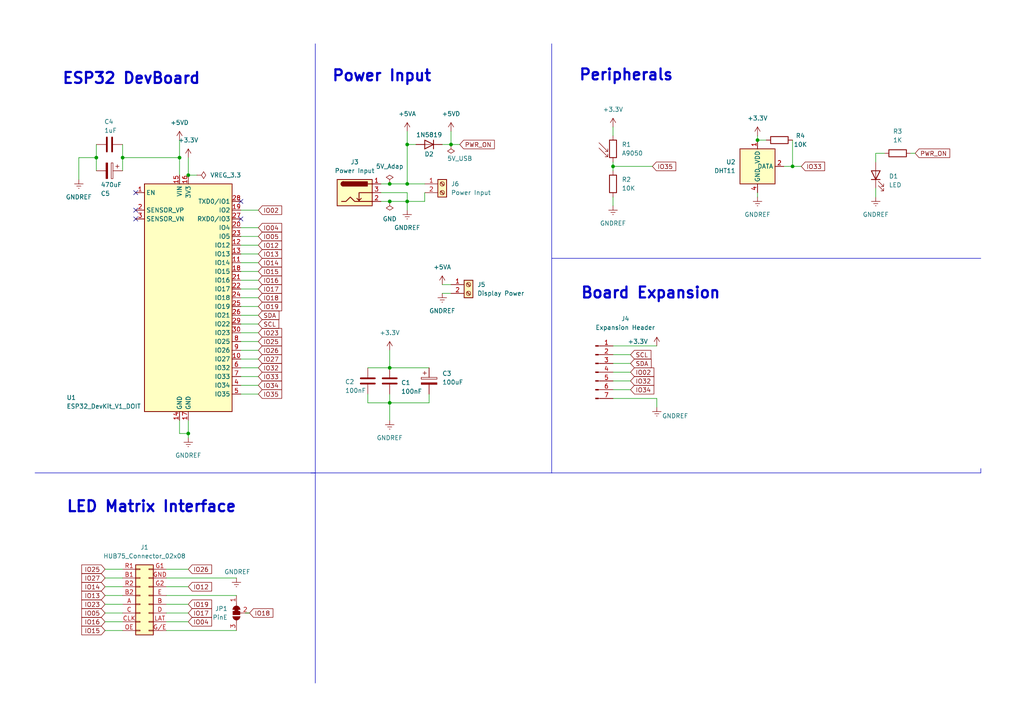
<source format=kicad_sch>
(kicad_sch (version 20231120) (generator "eeschema") (generator_version "8.0")
  (paper "A4")
  (title_block (title "Wise-Shield-32") (date "2025-01-12") (rev "v0.1") (company "Embedded Rocks!") (comment 1 "Version: WROOM-DOIT") (comment 2 "https://creativecommons.org/licenses/by/4.0/") (comment 3 "License: CC BY 4.0") (comment 4 "Author: Jonathas Barbosa"))
  (lib_symbols
    (symbol "Barrel_Jack_Switch_1" (pin_names hide)
      (property "Reference" "J" (at 0 5.334 0))
      (property "Value" "Barrel_Jack_Switch" (at 0 -5.08 0))
      (symbol "Barrel_Jack_Switch_1_0_1"
        (rectangle (start -5.08 3.81) (end 5.08 -3.81) (stroke (width 0.254)) (fill (type background)))
        (arc (start -3.302 3.175) (mid -3.9343 2.54) (end -3.302 1.905) (stroke (width 0.254)))
        (arc (start -3.302 3.175) (mid -3.9343 2.54) (end -3.302 1.905) (stroke (width 0.254)) (fill (type outline)))
        (polyline (pts (xy 1.27 -2.286) (xy 1.905 -1.651)) (stroke (width 0.254)))
        (polyline (pts (xy 5.08 2.54) (xy 3.81 2.54)) (stroke (width 0.254)))
        (polyline (pts (xy 5.08 0) (xy 1.27 0) (xy 1.27 -2.286) (xy 0.635 -1.651)) (stroke (width 0.254)))
        (polyline (pts (xy -3.81 -2.54) (xy -2.54 -2.54) (xy -1.27 -1.27) (xy 0 -2.54) (xy 2.54 -2.54) (xy 5.08 -2.54)) (stroke (width 0.254)))
        (rectangle (start 3.683 3.175) (end -3.302 1.905) (stroke (width 0.254)) (fill (type outline)))
      )
      (symbol "Barrel_Jack_Switch_1_1_1"
        (pin passive line (at 7.62 2.54 180) (length 2.54) (name "~") (number "1"))
        (pin passive line (at 7.62 -2.54 180) (length 2.54) (name "~") (number "2"))
        (pin passive line (at 7.62 0 180) (length 2.54) (name "~") (number "3"))
      )
    )
    (symbol "Connector:Conn_01x07_Pin" (pin_names (offset 1.016) hide)
      (property "Reference" "J" (at 0 10.16 0))
      (property "Value" "Conn_01x07_Pin" (at 0 -10.16 0))
      (symbol "Conn_01x07_Pin_1_1"
        (polyline (pts (xy 1.27 -7.62) (xy 0.8636 -7.62)) (stroke (width 0.1524)))
        (polyline (pts (xy 1.27 -5.08) (xy 0.8636 -5.08)) (stroke (width 0.1524)))
        (polyline (pts (xy 1.27 -2.54) (xy 0.8636 -2.54)) (stroke (width 0.1524)))
        (polyline (pts (xy 1.27 0) (xy 0.8636 0)) (stroke (width 0.1524)))
        (polyline (pts (xy 1.27 2.54) (xy 0.8636 2.54)) (stroke (width 0.1524)))
        (polyline (pts (xy 1.27 5.08) (xy 0.8636 5.08)) (stroke (width 0.1524)))
        (polyline (pts (xy 1.27 7.62) (xy 0.8636 7.62)) (stroke (width 0.1524)))
        (rectangle (start 0.8636 -7.493) (end 0 -7.747) (stroke (width 0.1524)) (fill (type outline)))
        (rectangle (start 0.8636 -4.953) (end 0 -5.207) (stroke (width 0.1524)) (fill (type outline)))
        (rectangle (start 0.8636 -2.413) (end 0 -2.667) (stroke (width 0.1524)) (fill (type outline)))
        (rectangle (start 0.8636 0.127) (end 0 -0.127) (stroke (width 0.1524)) (fill (type outline)))
        (rectangle (start 0.8636 2.667) (end 0 2.413) (stroke (width 0.1524)) (fill (type outline)))
        (rectangle (start 0.8636 5.207) (end 0 4.953) (stroke (width 0.1524)) (fill (type outline)))
        (rectangle (start 0.8636 7.747) (end 0 7.493) (stroke (width 0.1524)) (fill (type outline)))
        (pin passive line (at 5.08 7.62 180) (length 3.81) (name "Pin_1") (number "1"))
        (pin passive line (at 5.08 5.08 180) (length 3.81) (name "Pin_2") (number "2"))
        (pin passive line (at 5.08 2.54 180) (length 3.81) (name "Pin_3") (number "3"))
        (pin passive line (at 5.08 0 180) (length 3.81) (name "Pin_4") (number "4"))
        (pin passive line (at 5.08 -2.54 180) (length 3.81) (name "Pin_5") (number "5"))
        (pin passive line (at 5.08 -5.08 180) (length 3.81) (name "Pin_6") (number "6"))
        (pin passive line (at 5.08 -7.62 180) (length 3.81) (name "Pin_7") (number "7"))
      )
    )
    (symbol "Connector:Screw_Terminal_01x02" (pin_names (offset 1.016) hide)
      (property "Reference" "J" (at 0 2.54 0))
      (property "Value" "Screw_Terminal_01x02" (at 0 -5.08 0))
      (symbol "Screw_Terminal_01x02_1_1"
        (rectangle (start -1.27 1.27) (end 1.27 -3.81) (stroke (width 0.254)) (fill (type background)))
        (circle (center 0 -2.54) (radius 0.635) (stroke (width 0.1524)))
        (polyline (pts (xy -0.5334 -2.2098) (xy 0.3302 -3.048)) (stroke (width 0.1524)))
        (polyline (pts (xy -0.5334 0.3302) (xy 0.3302 -0.508)) (stroke (width 0.1524)))
        (polyline (pts (xy -0.3556 -2.032) (xy 0.508 -2.8702)) (stroke (width 0.1524)))
        (polyline (pts (xy -0.3556 0.508) (xy 0.508 -0.3302)) (stroke (width 0.1524)))
        (circle (center 0 0) (radius 0.635) (stroke (width 0.1524)))
        (pin passive line (at -5.08 0 0) (length 3.81) (name "Pin_1") (number "1"))
        (pin passive line (at -5.08 -2.54 0) (length 3.81) (name "Pin_2") (number "2"))
      )
    )
    (symbol "Device:C" (pin_numbers hide) (pin_names (offset 0.254))
      (property "Reference" "C" (at 0.635 2.54 0))
      (property "Value" "C" (at 0.635 -2.54 0))
      (symbol "C_0_1"
        (polyline (pts (xy -2.032 -0.762) (xy 2.032 -0.762)) (stroke (width 0.508)))
        (polyline (pts (xy -2.032 0.762) (xy 2.032 0.762)) (stroke (width 0.508)))
      )
      (symbol "C_1_1"
        (pin passive line (at 0 3.81 270) (length 2.794) (name "~") (number "1"))
        (pin passive line (at 0 -3.81 90) (length 2.794) (name "~") (number "2"))
      )
    )
    (symbol "Device:C_Polarized" (pin_numbers hide) (pin_names (offset 0.254))
      (property "Reference" "C" (at 0.635 2.54 0))
      (property "Value" "C_Polarized" (at 0.635 -2.54 0))
      (symbol "C_Polarized_0_1"
        (rectangle (start -2.286 0.508) (end 2.286 1.016))
        (polyline (pts (xy -1.778 2.286) (xy -0.762 2.286)))
        (polyline (pts (xy -1.27 2.794) (xy -1.27 1.778)))
        (rectangle (start 2.286 -0.508) (end -2.286 -1.016) (fill (type outline)))
      )
      (symbol "C_Polarized_1_1"
        (pin passive line (at 0 3.81 270) (length 2.794) (name "~") (number "1"))
        (pin passive line (at 0 -3.81 90) (length 2.794) (name "~") (number "2"))
      )
    )
    (symbol "Device:D" (pin_numbers hide) (pin_names (offset 1.016) hide)
      (property "Reference" "D" (at 0 2.54 0))
      (property "Value" "D" (at 0 -2.54 0))
      (symbol "D_0_1"
        (polyline (pts (xy -1.27 1.27) (xy -1.27 -1.27)) (stroke (width 0.254)))
        (polyline (pts (xy 1.27 0) (xy -1.27 0)))
        (polyline (pts (xy 1.27 1.27) (xy 1.27 -1.27) (xy -1.27 0) (xy 1.27 1.27)) (stroke (width 0.254)))
      )
      (symbol "D_1_1"
        (pin passive line (at -3.81 0 0) (length 2.54) (name "K") (number "1"))
        (pin passive line (at 3.81 0 180) (length 2.54) (name "A") (number "2"))
      )
    )
    (symbol "Device:LED" (pin_numbers hide) (pin_names (offset 1.016) hide)
      (property "Reference" "D" (at 0 2.54 0))
      (property "Value" "LED" (at 0 -2.54 0))
      (symbol "LED_0_1"
        (polyline (pts (xy -1.27 -1.27) (xy -1.27 1.27)) (stroke (width 0.254)))
        (polyline (pts (xy -1.27 0) (xy 1.27 0)))
        (polyline (pts (xy 1.27 -1.27) (xy 1.27 1.27) (xy -1.27 0) (xy 1.27 -1.27)) (stroke (width 0.254)))
        (polyline (pts (xy -3.048 -0.762) (xy -4.572 -2.286) (xy -3.81 -2.286) (xy -4.572 -2.286) (xy -4.572 -1.524)))
        (polyline (pts (xy -1.778 -0.762) (xy -3.302 -2.286) (xy -2.54 -2.286) (xy -3.302 -2.286) (xy -3.302 -1.524)))
      )
      (symbol "LED_1_1"
        (pin passive line (at -3.81 0 0) (length 2.54) (name "K") (number "1"))
        (pin passive line (at 3.81 0 180) (length 2.54) (name "A") (number "2"))
      )
    )
    (symbol "Device:R" (pin_numbers hide) (pin_names (offset 0))
      (property "Reference" "R" (at 2.032 0 90))
      (property "Value" "R" (at 0 0 90))
      (symbol "R_0_1"
        (rectangle (start -1.016 -2.54) (end 1.016 2.54) (stroke (width 0.254)))
      )
      (symbol "R_1_1"
        (pin passive line (at 0 3.81 270) (length 1.27) (name "~") (number "1"))
        (pin passive line (at 0 -3.81 90) (length 1.27) (name "~") (number "2"))
      )
    )
    (symbol "ESP32:ESP32_DevKit_V1_DOIT"
      (property "Reference" "U" (at -11.43 34.29 0))
      (property "Value" "ESP32_DevKit_V1_DOIT" (at 11.43 34.29 0))
      (symbol "ESP32_DevKit_V1_DOIT_1_1"
        (rectangle (start -12.7 33.02) (end 12.7 -33.02) (stroke (width 0.254)) (fill (type background)))
        (pin input line (at -15.24 30.48 0) (length 2.54) (name "EN") (number "1"))
        (pin bidirectional line (at 15.24 -17.78 180) (length 2.54) (name "IO27") (number "10"))
        (pin bidirectional line (at 15.24 10.16 180) (length 2.54) (name "IO14") (number "11"))
        (pin bidirectional line (at 15.24 15.24 180) (length 2.54) (name "IO12") (number "12"))
        (pin bidirectional line (at 15.24 12.7 180) (length 2.54) (name "IO13") (number "13"))
        (pin power_in line (at -2.54 -35.56 90) (length 2.54) (name "GND") (number "14"))
        (pin power_in line (at -2.54 35.56 270) (length 2.54) (name "VIN") (number "15"))
        (pin power_in line (at 0 35.56 270) (length 2.54) (name "3V3") (number "16"))
        (pin power_in line (at 0 -35.56 90) (length 2.54) (name "GND") (number "17"))
        (pin bidirectional line (at 15.24 7.62 180) (length 2.54) (name "IO15") (number "18"))
        (pin bidirectional line (at 15.24 25.4 180) (length 2.54) (name "IO2") (number "19"))
        (pin input line (at -15.24 25.4 0) (length 2.54) (name "SENSOR_VP") (number "2"))
        (pin bidirectional line (at 15.24 20.32 180) (length 2.54) (name "IO4") (number "20"))
        (pin bidirectional line (at 15.24 5.08 180) (length 2.54) (name "IO16") (number "21"))
        (pin bidirectional line (at 15.24 2.54 180) (length 2.54) (name "IO17") (number "22"))
        (pin bidirectional line (at 15.24 17.78 180) (length 2.54) (name "IO5") (number "23"))
        (pin bidirectional line (at 15.24 0 180) (length 2.54) (name "IO18") (number "24"))
        (pin bidirectional line (at 15.24 -2.54 180) (length 2.54) (name "IO19") (number "25"))
        (pin bidirectional line (at 15.24 -5.08 180) (length 2.54) (name "IO21") (number "26"))
        (pin bidirectional line (at 15.24 22.86 180) (length 2.54) (name "RXD0/IO3") (number "27"))
        (pin bidirectional line (at 15.24 27.94 180) (length 2.54) (name "TXD0/IO1") (number "28"))
        (pin bidirectional line (at 15.24 -7.62 180) (length 2.54) (name "IO22") (number "29"))
        (pin input line (at -15.24 22.86 0) (length 2.54) (name "SENSOR_VN") (number "3"))
        (pin bidirectional line (at 15.24 -10.16 180) (length 2.54) (name "IO23") (number "30"))
        (pin input line (at 15.24 -25.4 180) (length 2.54) (name "IO34") (number "4"))
        (pin input line (at 15.24 -27.94 180) (length 2.54) (name "IO35") (number "5"))
        (pin bidirectional line (at 15.24 -20.32 180) (length 2.54) (name "IO32") (number "6"))
        (pin bidirectional line (at 15.24 -22.86 180) (length 2.54) (name "IO33") (number "7"))
        (pin bidirectional line (at 15.24 -12.7 180) (length 2.54) (name "IO25") (number "8"))
        (pin bidirectional line (at 15.24 -15.24 180) (length 2.54) (name "IO26") (number "9"))
      )
    )
    (symbol "HUB75:HUB75_Connector_02x08" (pin_names (offset 1.016) hide)
      (property "Reference" "J" (at 1.27 10.16 0))
      (property "Value" "HUB75_Connector_02x08" (at 1.27 -12.7 0))
      (symbol "HUB75_Connector_02x08_1_1"
        (rectangle (start -1.27 -10.033) (end 0 -10.287) (stroke (width 0.1524)))
        (rectangle (start -1.27 -7.493) (end 0 -7.747) (stroke (width 0.1524)))
        (rectangle (start -1.27 -4.953) (end 0 -5.207) (stroke (width 0.1524)))
        (rectangle (start -1.27 -2.413) (end 0 -2.667) (stroke (width 0.1524)))
        (rectangle (start -1.27 0.127) (end 0 -0.127) (stroke (width 0.1524)))
        (rectangle (start -1.27 2.667) (end 0 2.413) (stroke (width 0.1524)))
        (rectangle (start -1.27 5.207) (end 0 4.953) (stroke (width 0.1524)))
        (rectangle (start -1.27 7.747) (end 0 7.493) (stroke (width 0.1524)))
        (rectangle (start -1.27 8.89) (end 3.81 -11.43) (stroke (width 0.254)) (fill (type background)))
        (rectangle (start 3.81 -10.033) (end 2.54 -10.287) (stroke (width 0.1524)))
        (rectangle (start 3.81 -7.493) (end 2.54 -7.747) (stroke (width 0.1524)))
        (rectangle (start 3.81 -4.953) (end 2.54 -5.207) (stroke (width 0.1524)))
        (rectangle (start 3.81 -2.413) (end 2.54 -2.667) (stroke (width 0.1524)))
        (rectangle (start 3.81 0.127) (end 2.54 -0.127) (stroke (width 0.1524)))
        (rectangle (start 3.81 2.667) (end 2.54 2.413) (stroke (width 0.1524)))
        (rectangle (start 3.81 5.207) (end 2.54 4.953) (stroke (width 0.1524)))
        (rectangle (start 3.81 7.747) (end 2.54 7.493) (stroke (width 0.1524)))
        (pin passive line (at -5.08 -2.54 0) (length 3.81) (name "Pin_9") (number "A"))
        (pin passive line (at 7.62 -2.54 180) (length 3.81) (name "Pin_10") (number "B"))
        (pin passive line (at -5.08 5.08 0) (length 3.81) (name "Pin_3") (number "B1"))
        (pin passive line (at -5.08 0 0) (length 3.81) (name "Pin_7") (number "B2"))
        (pin passive line (at -5.08 -5.08 0) (length 3.81) (name "Pin_11") (number "C"))
        (pin passive line (at -5.08 -7.62 0) (length 3.81) (name "Pin_13") (number "CLK"))
        (pin passive line (at 7.62 -5.08 180) (length 3.81) (name "Pin_12") (number "D"))
        (pin passive line (at 7.62 0 180) (length 3.81) (name "Pin_8") (number "E"))
        (pin passive line (at 7.62 -10.16 180) (length 3.81) (name "Pin_16") (number "G/E"))
        (pin passive line (at 7.62 7.62 180) (length 3.81) (name "Pin_2") (number "G1"))
        (pin passive line (at 7.62 2.54 180) (length 3.81) (name "Pin_6") (number "G2"))
        (pin passive line (at 7.62 5.08 180) (length 3.81) (name "Pin_4") (number "GND"))
        (pin passive line (at 7.62 -7.62 180) (length 3.81) (name "Pin_14") (number "LAT"))
        (pin passive line (at -5.08 -10.16 0) (length 3.81) (name "Pin_15") (number "OE"))
        (pin passive line (at -5.08 7.62 0) (length 3.81) (name "Pin_1") (number "R1"))
        (pin passive line (at -5.08 2.54 0) (length 3.81) (name "Pin_5") (number "R2"))
      )
    )
    (symbol "Jumper:SolderJumper_3_Bridged12" (pin_names (offset 0) hide)
      (property "Reference" "JP" (at -2.54 -2.54 0))
      (property "Value" "SolderJumper_3_Bridged12" (at 0 2.794 0))
      (symbol "SolderJumper_3_Bridged12_0_1"
        (rectangle (start -1.016 0.508) (end -0.508 -0.508) (fill (type outline)))
        (arc (start -1.016 1.016) (mid -2.0276 0) (end -1.016 -1.016))
        (arc (start -1.016 1.016) (mid -2.0276 0) (end -1.016 -1.016) (fill (type outline)))
        (rectangle (start -0.508 1.016) (end 0.508 -1.016) (fill (type outline)))
        (polyline (pts (xy -2.54 0) (xy -2.032 0)))
        (polyline (pts (xy -1.016 1.016) (xy -1.016 -1.016)))
        (polyline (pts (xy 0 -1.27) (xy 0 -1.016)))
        (polyline (pts (xy 1.016 1.016) (xy 1.016 -1.016)))
        (polyline (pts (xy 2.54 0) (xy 2.032 0)))
        (arc (start 1.016 -1.016) (mid 2.0276 0) (end 1.016 1.016))
        (arc (start 1.016 -1.016) (mid 2.0276 0) (end 1.016 1.016) (fill (type outline)))
      )
      (symbol "SolderJumper_3_Bridged12_1_1"
        (pin passive line (at -5.08 0 0) (length 2.54) (name "A") (number "1"))
        (pin passive line (at 0 -3.81 90) (length 2.54) (name "C") (number "2"))
        (pin passive line (at 5.08 0 180) (length 2.54) (name "B") (number "3"))
      )
    )
    (symbol "Sensor:DHT11"
      (property "Reference" "U" (at -3.81 6.35 0))
      (property "Value" "DHT11" (at 3.81 6.35 0))
      (symbol "DHT11_0_1"
        (rectangle (start -5.08 5.08) (end 5.08 -5.08) (stroke (width 0.254)) (fill (type background)))
      )
      (symbol "DHT11_1_1"
        (pin power_in line (at 0 7.62 270) (length 2.54) (name "VDD") (number "1"))
        (pin bidirectional line (at 7.62 0 180) (length 2.54) (name "DATA") (number "2"))
        (pin no_connect line (at -5.08 0 0) (length 2.54) hide (name "NC") (number "3"))
        (pin power_in line (at 0 -7.62 90) (length 2.54) (name "GND") (number "4"))
      )
    )
    (symbol "Sensor_Optical:A9050" (pin_numbers hide) (pin_names (offset 0))
      (property "Reference" "R" (at -5.08 0 90))
      (property "Value" "A9050" (at 1.905 0 90))
      (symbol "A9050_0_1"
        (rectangle (start -1.016 2.54) (end 1.016 -2.54) (stroke (width 0.254)))
        (polyline (pts (xy -1.524 -2.286) (xy -4.064 0.254)))
        (polyline (pts (xy -1.524 -2.286) (xy -2.286 -2.286)))
        (polyline (pts (xy -1.524 -2.286) (xy -1.524 -1.524)))
        (polyline (pts (xy -1.524 -0.762) (xy -4.064 1.778)))
        (polyline (pts (xy -1.524 -0.762) (xy -2.286 -0.762)))
        (polyline (pts (xy -1.524 -0.762) (xy -1.524 0)))
      )
      (symbol "A9050_1_1"
        (pin passive line (at 0 3.81 270) (length 1.27) (name "~") (number "1"))
        (pin passive line (at 0 -3.81 90) (length 1.27) (name "~") (number "2"))
      )
    )
    (symbol "power:+3.3V" (power) (pin_names (offset 0))
      (property "Value" "+3.3V" (at 0 3.556 0))
      (symbol "+3.3V_0_1"
        (polyline (pts (xy -0.762 1.27) (xy 0 2.54)))
        (polyline (pts (xy 0 0) (xy 0 2.54)))
        (polyline (pts (xy 0 2.54) (xy 0.762 1.27)))
      )
      (symbol "+3.3V_1_1"
        (pin power_in line (at 0 0 90) (length 0) hide (name "+3.3V") (number "1"))
      )
    )
    (symbol "power:+5VA" (power) (pin_names (offset 0))
      (property "Value" "+5VA" (at 0 3.556 0))
      (symbol "+5VA_0_1"
        (polyline (pts (xy -0.762 1.27) (xy 0 2.54)))
        (polyline (pts (xy 0 0) (xy 0 2.54)))
        (polyline (pts (xy 0 2.54) (xy 0.762 1.27)))
      )
      (symbol "+5VA_1_1"
        (pin power_in line (at 0 0 90) (length 0) hide (name "+5VA") (number "1"))
      )
    )
    (symbol "power:+5VD" (power) (pin_names (offset 0))
      (property "Value" "+5VD" (at 0 3.556 0))
      (symbol "+5VD_0_1"
        (polyline (pts (xy -0.762 1.27) (xy 0 2.54)))
        (polyline (pts (xy 0 0) (xy 0 2.54)))
        (polyline (pts (xy 0 2.54) (xy 0.762 1.27)))
      )
      (symbol "+5VD_1_1"
        (pin power_in line (at 0 0 90) (length 0) hide (name "+5VD") (number "1"))
      )
    )
    (symbol "power:GNDREF" (power) (pin_names (offset 0))
      (property "Value" "GNDREF" (at 0 -3.81 0))
      (symbol "GNDREF_0_1"
        (polyline (pts (xy -0.635 -1.905) (xy 0.635 -1.905)))
        (polyline (pts (xy -0.127 -2.54) (xy 0.127 -2.54)))
        (polyline (pts (xy 0 -1.27) (xy 0 0)))
        (polyline (pts (xy 1.27 -1.27) (xy -1.27 -1.27)))
      )
      (symbol "GNDREF_1_1"
        (pin power_in line (at 0 0 270) (length 0) hide (name "GNDREF") (number "1"))
      )
    )
    (symbol "power:PWR_FLAG" (power) (pin_numbers hide) (pin_names (offset 0) hide)
      (property "Value" "PWR_FLAG" (at 0 3.81 0))
      (symbol "PWR_FLAG_0_0"
        (pin power_out line (at 0 0 90) (length 0) (name "pwr") (number "1"))
      )
      (symbol "PWR_FLAG_0_1"
        (polyline (pts (xy 0 0) (xy 0 1.27) (xy -1.016 1.905) (xy 0 2.54) (xy 1.016 1.905) (xy 0 1.27)))
      )
    )
  )
  (junction (at 177.8 48.26))
  (junction (at 113.03 106.68))
  (junction (at 219.71 40.64))
  (junction (at 130.81 41.91))
  (junction (at 35.56 45.72))
  (junction (at 54.61 125.73))
  (junction (at 113.03 58.42))
  (junction (at 229.87 48.26))
  (junction (at 118.11 58.42))
  (junction (at 54.61 50.8))
  (junction (at 27.94 45.72))
  (junction (at 118.11 53.34))
  (junction (at 52.07 45.72))
  (junction (at 113.03 53.34))
  (junction (at 113.03 116.84))
  (junction (at 118.11 41.91))
  (no_connect (at 39.37 63.5))
  (no_connect (at 39.37 55.88))
  (no_connect (at 69.85 58.42))
  (no_connect (at 69.85 63.5))
  (no_connect (at 39.37 60.96))
  (wire (pts (xy 130.81 41.91) (xy 133.35 41.91)))
  (wire (pts (xy 69.85 86.36) (xy 74.93 86.36)))
  (wire (pts (xy 110.49 53.34) (xy 113.03 53.34)))
  (wire (pts (xy 48.26 167.64) (xy 68.58 167.64)))
  (wire (pts (xy 48.26 177.8) (xy 54.61 177.8)))
  (wire (pts (xy 264.16 44.45) (xy 265.43 44.45)))
  (wire (pts (xy 30.48 177.8) (xy 35.56 177.8)))
  (wire (pts (xy 27.94 45.72) (xy 27.94 49.53)))
  (wire (pts (xy 177.8 57.15) (xy 177.8 59.69)))
  (wire (pts (xy 177.8 48.26) (xy 177.8 49.53)))
  (wire (pts (xy 254 54.61) (xy 254 57.15)))
  (wire (pts (xy 52.07 125.73) (xy 54.61 125.73)))
  (wire (pts (xy 113.03 116.84) (xy 113.03 121.92)))
  (wire (pts (xy 35.56 45.72) (xy 52.07 45.72)))
  (wire (pts (xy 190.5 115.57) (xy 190.5 118.11)))
  (wire (pts (xy 219.71 40.64) (xy 222.25 40.64)))
  (wire (pts (xy 69.85 83.82) (xy 74.93 83.82)))
  (wire (pts (xy 113.03 58.42) (xy 118.11 58.42)))
  (polyline (pts (xy 91.44 12.7) (xy 91.44 137.16)))
  (polyline (pts (xy 160.02 12.7) (xy 160.02 137.16)))
  (wire (pts (xy 69.85 96.52) (xy 74.93 96.52)))
  (wire (pts (xy 69.85 106.68) (xy 74.93 106.68)))
  (polyline (pts (xy 160.02 74.93) (xy 284.48 74.93)))
  (wire (pts (xy 177.8 115.57) (xy 190.5 115.57)))
  (wire (pts (xy 219.71 39.37) (xy 219.71 40.64)))
  (wire (pts (xy 69.85 101.6) (xy 74.93 101.6)))
  (wire (pts (xy 30.48 170.18) (xy 35.56 170.18)))
  (wire (pts (xy 177.8 107.95) (xy 182.88 107.95)))
  (polyline (pts (xy 91.44 137.16) (xy 91.44 198.12)))
  (wire (pts (xy 110.49 55.88) (xy 118.11 55.88)))
  (wire (pts (xy 229.87 48.26) (xy 232.41 48.26)))
  (wire (pts (xy 52.07 45.72) (xy 52.07 50.8)))
  (wire (pts (xy 22.86 45.72) (xy 27.94 45.72)))
  (wire (pts (xy 118.11 41.91) (xy 120.65 41.91)))
  (wire (pts (xy 69.85 99.06) (xy 74.93 99.06)))
  (wire (pts (xy 128.27 85.09) (xy 130.81 85.09)))
  (wire (pts (xy 30.48 182.88) (xy 35.56 182.88)))
  (wire (pts (xy 106.68 114.3) (xy 106.68 116.84)))
  (wire (pts (xy 69.85 73.66) (xy 74.93 73.66)))
  (wire (pts (xy 113.03 101.6) (xy 113.03 106.68)))
  (wire (pts (xy 177.8 100.33) (xy 190.5 100.33)))
  (wire (pts (xy 22.86 52.07) (xy 22.86 45.72)))
  (wire (pts (xy 118.11 55.88) (xy 118.11 58.42)))
  (wire (pts (xy 48.26 172.72) (xy 68.58 172.72)))
  (wire (pts (xy 118.11 53.34) (xy 123.19 53.34)))
  (wire (pts (xy 128.27 82.55) (xy 130.81 82.55)))
  (wire (pts (xy 110.49 58.42) (xy 113.03 58.42)))
  (wire (pts (xy 69.85 76.2) (xy 74.93 76.2)))
  (wire (pts (xy 113.03 114.3) (xy 113.03 116.84)))
  (wire (pts (xy 30.48 175.26) (xy 35.56 175.26)))
  (polyline (pts (xy 160.02 137.16) (xy 284.48 137.16)))
  (wire (pts (xy 48.26 165.1) (xy 54.61 165.1)))
  (wire (pts (xy 52.07 121.92) (xy 52.07 125.73)))
  (wire (pts (xy 48.26 175.26) (xy 54.61 175.26)))
  (wire (pts (xy 30.48 180.34) (xy 35.56 180.34)))
  (wire (pts (xy 54.61 50.8) (xy 57.15 50.8)))
  (wire (pts (xy 106.68 106.68) (xy 113.03 106.68)))
  (wire (pts (xy 229.87 40.64) (xy 229.87 48.26)))
  (wire (pts (xy 118.11 41.91) (xy 118.11 53.34)))
  (wire (pts (xy 118.11 58.42) (xy 118.11 60.96)))
  (wire (pts (xy 71.12 177.8) (xy 72.39 177.8)))
  (wire (pts (xy 177.8 110.49) (xy 182.88 110.49)))
  (wire (pts (xy 69.85 81.28) (xy 74.93 81.28)))
  (wire (pts (xy 35.56 45.72) (xy 35.56 49.53)))
  (wire (pts (xy 30.48 165.1) (xy 35.56 165.1)))
  (wire (pts (xy 113.03 53.34) (xy 118.11 53.34)))
  (wire (pts (xy 177.8 48.26) (xy 189.23 48.26)))
  (wire (pts (xy 54.61 125.73) (xy 54.61 127)))
  (wire (pts (xy 227.33 48.26) (xy 229.87 48.26)))
  (wire (pts (xy 106.68 116.84) (xy 113.03 116.84)))
  (wire (pts (xy 177.8 46.99) (xy 177.8 48.26)))
  (wire (pts (xy 69.85 66.04) (xy 74.93 66.04)))
  (wire (pts (xy 118.11 38.1) (xy 118.11 41.91)))
  (wire (pts (xy 177.8 113.03) (xy 182.88 113.03)))
  (wire (pts (xy 69.85 71.12) (xy 74.93 71.12)))
  (wire (pts (xy 177.8 36.83) (xy 177.8 39.37)))
  (wire (pts (xy 27.94 41.91) (xy 27.94 45.72)))
  (wire (pts (xy 219.71 55.88) (xy 219.71 57.15)))
  (polyline (pts (xy 160.02 137.16) (xy 90.17 137.16)))
  (wire (pts (xy 123.19 58.42) (xy 118.11 58.42)))
  (wire (pts (xy 124.46 114.3) (xy 124.46 116.84)))
  (polyline (pts (xy 10.16 137.16) (xy 91.44 137.16)))
  (wire (pts (xy 177.8 105.41) (xy 182.88 105.41)))
  (wire (pts (xy 123.19 55.88) (xy 123.19 58.42)))
  (wire (pts (xy 69.85 104.14) (xy 74.93 104.14)))
  (polyline (pts (xy 284.48 135.89) (xy 284.48 137.16)))
  (wire (pts (xy 254 44.45) (xy 256.54 44.45)))
  (wire (pts (xy 130.81 38.1) (xy 130.81 41.91)))
  (wire (pts (xy 254 44.45) (xy 254 46.99)))
  (wire (pts (xy 48.26 180.34) (xy 54.61 180.34)))
  (wire (pts (xy 52.07 40.64) (xy 52.07 45.72)))
  (wire (pts (xy 48.26 170.18) (xy 54.61 170.18)))
  (wire (pts (xy 69.85 88.9) (xy 74.93 88.9)))
  (wire (pts (xy 69.85 93.98) (xy 74.93 93.98)))
  (wire (pts (xy 177.8 102.87) (xy 182.88 102.87)))
  (wire (pts (xy 128.27 41.91) (xy 130.81 41.91)))
  (wire (pts (xy 48.26 182.88) (xy 68.58 182.88)))
  (wire (pts (xy 30.48 172.72) (xy 35.56 172.72)))
  (wire (pts (xy 113.03 106.68) (xy 124.46 106.68)))
  (wire (pts (xy 69.85 111.76) (xy 74.93 111.76)))
  (wire (pts (xy 113.03 116.84) (xy 124.46 116.84)))
  (wire (pts (xy 30.48 167.64) (xy 35.56 167.64)))
  (wire (pts (xy 69.85 78.74) (xy 74.93 78.74)))
  (wire (pts (xy 35.56 41.91) (xy 35.56 45.72)))
  (wire (pts (xy 69.85 109.22) (xy 74.93 109.22)))
  (wire (pts (xy 54.61 45.72) (xy 54.61 50.8)))
  (wire (pts (xy 69.85 114.3) (xy 74.93 114.3)))
  (wire (pts (xy 69.85 68.58) (xy 74.93 68.58)))
  (wire (pts (xy 69.85 60.96) (xy 74.93 60.96)))
  (wire (pts (xy 54.61 121.92) (xy 54.61 125.73)))
  (wire (pts (xy 69.85 91.44) (xy 74.93 91.44)))
  (text "Board Expansion" (at 188.722 85.09 0) (effects (font (size 3.175 3.175) (thickness 0.635) (bold yes))))
  (text "ESP32 DevBoard" (at 38.1 22.86 0) (effects (font (size 3.175 3.175) (thickness 0.635) (bold yes))))
  (text "Power Input" (at 110.744 22.098 0) (effects (font (size 3.175 3.175) (thickness 0.635) (bold yes))))
  (text "LED Matrix Interface" (at 43.942 147.066 0) (effects (font (size 3.175 3.175) (thickness 0.635) (bold yes))))
  (text "Peripherals" (at 181.61 21.844 0) (effects (font (size 3.175 3.175) (thickness 0.635) (bold yes))))
  (global_label "IO13" (shape input) (at 30.48 172.72 180) (property "Intersheetrefs" "${INTERSHEET_REFS}" (effects (hide yes))))
  (global_label "IO16" (shape input) (at 74.93 81.28 0) (property "Intersheetrefs" "${INTERSHEET_REFS}" (effects (hide yes))))
  (global_label "IO32" (shape input) (at 74.93 106.68 0) (property "Intersheetrefs" "${INTERSHEET_REFS}" (effects (hide yes))))
  (global_label "SCL" (shape input) (at 74.93 93.98 0) (property "Intersheetrefs" "${INTERSHEET_REFS}" (effects (hide yes))))
  (global_label "IO33" (shape input) (at 232.41 48.26 0) (property "Intersheetrefs" "${INTERSHEET_REFS}" (effects (hide yes))))
  (global_label "IO25" (shape input) (at 74.93 99.06 0) (property "Intersheetrefs" "${INTERSHEET_REFS}" (effects (hide yes))))
  (global_label "IO32" (shape input) (at 182.88 110.49 0) (property "Intersheetrefs" "${INTERSHEET_REFS}" (effects (hide yes))))
  (global_label "IO23" (shape input) (at 74.93 96.52 0) (property "Intersheetrefs" "${INTERSHEET_REFS}" (effects (hide yes))))
  (global_label "IO02" (shape input) (at 182.88 107.95 0) (property "Intersheetrefs" "${INTERSHEET_REFS}" (effects (hide yes))))
  (global_label "PWR_ON" (shape input) (at 265.43 44.45 0) (property "Intersheetrefs" "${INTERSHEET_REFS}" (effects (hide yes))))
  (global_label "IO17" (shape input) (at 74.93 83.82 0) (property "Intersheetrefs" "${INTERSHEET_REFS}" (effects (hide yes))))
  (global_label "IO19" (shape input) (at 54.61 175.26 0) (property "Intersheetrefs" "${INTERSHEET_REFS}" (effects (hide yes))))
  (global_label "IO27" (shape input) (at 74.93 104.14 0) (property "Intersheetrefs" "${INTERSHEET_REFS}" (effects (hide yes))))
  (global_label "IO26" (shape input) (at 74.93 101.6 0) (property "Intersheetrefs" "${INTERSHEET_REFS}" (effects (hide yes))))
  (global_label "IO15" (shape input) (at 74.93 78.74 0) (property "Intersheetrefs" "${INTERSHEET_REFS}" (effects (hide yes))))
  (global_label "IO35" (shape input) (at 74.93 114.3 0) (property "Intersheetrefs" "${INTERSHEET_REFS}" (effects (hide yes))))
  (global_label "IO04" (shape input) (at 74.93 66.04 0) (property "Intersheetrefs" "${INTERSHEET_REFS}" (effects (hide yes))))
  (global_label "IO27" (shape input) (at 30.48 167.64 180) (property "Intersheetrefs" "${INTERSHEET_REFS}" (effects (hide yes))))
  (global_label "SDA" (shape input) (at 74.93 91.44 0) (property "Intersheetrefs" "${INTERSHEET_REFS}" (effects (hide yes))))
  (global_label "IO05" (shape input) (at 74.93 68.58 0) (property "Intersheetrefs" "${INTERSHEET_REFS}" (effects (hide yes))))
  (global_label "IO12" (shape input) (at 74.93 71.12 0) (property "Intersheetrefs" "${INTERSHEET_REFS}" (effects (hide yes))))
  (global_label "IO14" (shape input) (at 74.93 76.2 0) (property "Intersheetrefs" "${INTERSHEET_REFS}" (effects (hide yes))))
  (global_label "IO18" (shape input) (at 72.39 177.8 0) (property "Intersheetrefs" "${INTERSHEET_REFS}" (effects (hide yes))))
  (global_label "IO13" (shape input) (at 74.93 73.66 0) (property "Intersheetrefs" "${INTERSHEET_REFS}" (effects (hide yes))))
  (global_label "IO05" (shape input) (at 30.48 177.8 180) (property "Intersheetrefs" "${INTERSHEET_REFS}" (effects (hide yes))))
  (global_label "IO18" (shape input) (at 74.93 86.36 0) (property "Intersheetrefs" "${INTERSHEET_REFS}" (effects (hide yes))))
  (global_label "IO15" (shape input) (at 30.48 182.88 180) (property "Intersheetrefs" "${INTERSHEET_REFS}" (effects (hide yes))))
  (global_label "IO25" (shape input) (at 30.48 165.1 180) (property "Intersheetrefs" "${INTERSHEET_REFS}" (effects (hide yes))))
  (global_label "IO26" (shape input) (at 54.61 165.1 0) (property "Intersheetrefs" "${INTERSHEET_REFS}" (effects (hide yes))))
  (global_label "IO17" (shape input) (at 54.61 177.8 0) (property "Intersheetrefs" "${INTERSHEET_REFS}" (effects (hide yes))))
  (global_label "IO14" (shape input) (at 30.48 170.18 180) (property "Intersheetrefs" "${INTERSHEET_REFS}" (effects (hide yes))))
  (global_label "IO35" (shape input) (at 189.23 48.26 0) (property "Intersheetrefs" "${INTERSHEET_REFS}" (effects (hide yes))))
  (global_label "IO23" (shape input) (at 30.48 175.26 180) (property "Intersheetrefs" "${INTERSHEET_REFS}" (effects (hide yes))))
  (global_label "SCL" (shape input) (at 182.88 102.87 0) (property "Intersheetrefs" "${INTERSHEET_REFS}" (effects (hide yes))))
  (global_label "IO16" (shape input) (at 30.48 180.34 180) (property "Intersheetrefs" "${INTERSHEET_REFS}" (effects (hide yes))))
  (global_label "SDA" (shape input) (at 182.88 105.41 0) (property "Intersheetrefs" "${INTERSHEET_REFS}" (effects (hide yes))))
  (global_label "IO12" (shape input) (at 54.61 170.18 0) (property "Intersheetrefs" "${INTERSHEET_REFS}" (effects (hide yes))))
  (global_label "IO33" (shape input) (at 74.93 109.22 0) (property "Intersheetrefs" "${INTERSHEET_REFS}" (effects (hide yes))))
  (global_label "IO34" (shape input) (at 182.88 113.03 0) (property "Intersheetrefs" "${INTERSHEET_REFS}" (effects (hide yes))))
  (global_label "PWR_ON" (shape input) (at 133.35 41.91 0) (property "Intersheetrefs" "${INTERSHEET_REFS}" (effects (hide yes))))
  (global_label "IO19" (shape input) (at 74.93 88.9 0) (property "Intersheetrefs" "${INTERSHEET_REFS}" (effects (hide yes))))
  (global_label "IO34" (shape input) (at 74.93 111.76 0) (property "Intersheetrefs" "${INTERSHEET_REFS}" (effects (hide yes))))
  (global_label "IO02" (shape input) (at 74.93 60.96 0) (property "Intersheetrefs" "${INTERSHEET_REFS}" (effects (hide yes))))
  (global_label "IO04" (shape input) (at 54.61 180.34 0) (property "Intersheetrefs" "${INTERSHEET_REFS}" (effects (hide yes))))
  (symbol (lib_id "Connector:Screw_Terminal_01x02") (at 128.27 53.34 0) (unit 1)
    (property "Reference" "J6" (at 130.81 53.3399 0) (effects (justify left)))
    (property "Value" "Power Input" (at 130.81 55.8799 0) (effects (justify left)))
    (property "Footprint" "TerminalBlock:TerminalBlock_bornier-2_P5.08mm" (effects (hide yes)))
    (property "Description" "Generic screw terminal, single row, 01x02, script generated (kicad-library-utils/schlib/autogen/connector/)" (effects (hide yes)))
  )
  (symbol (lib_id "Sensor:DHT11") (at 219.71 48.26 0) (unit 1)
    (property "Reference" "U2" (at 213.36 46.9899 0) (effects (justify right)))
    (property "Value" "DHT11" (at 213.36 49.5299 0) (effects (justify right)))
    (property "Footprint" "Sensor:Aosong_DHT11_5.5x12.0_P2.54mm" (effects (hide yes)))
    (property "Datasheet" "http://akizukidenshi.com/download/ds/aosong/DHT11.pdf" (effects (hide yes)))
    (property "Description" "3.3V to 5.5V, temperature and humidity module, DHT11" (effects (hide yes)))
  )
  (symbol (lib_id "Device:D") (at 124.46 41.91 180) (unit 1)
    (property "Reference" "D2" (at 124.46 44.704 0))
    (property "Value" "1N5819" (at 124.46 39.116 0))
    (property "Footprint" "Diode_THT:D_DO-41_SOD81_P7.62mm_Horizontal" (effects (hide yes)))
    (property "Description" "Diode" (effects (hide yes)))
    (property "Sim.Device" "D" (effects (hide yes)))
    (property "Sim.Pins" "1=K 2=A" (effects (hide yes)))
  )
  (symbol (lib_id "Sensor_Optical:A9050") (at 177.8 43.18 0) (unit 1)
    (property "Reference" "R1" (at 180.34 41.9099 0) (effects (justify left)))
    (property "Value" "A9050" (at 180.34 44.4499 0) (effects (justify left)))
    (property "Footprint" "OptoDevice:R_LDR_5.0x4.1mm_P3mm_Vertical" (effects (hide yes)))
    (property "Datasheet" "http://cdn-reichelt.de/documents/datenblatt/A500/A90xxxx%23PE.pdf" (effects (hide yes)))
    (property "Description" "light dependent resistor" (effects (hide yes)))
  )
  (symbol (lib_id "power:GNDREF") (at 177.8 59.69 0) (unit 1)
    (property "Reference" "#PWR01" (effects (hide yes)))
    (property "Value" "GNDREF" (at 177.8 64.77 0))
    (property "Description" "Power symbol creates a global label with name \"GNDREF\" , reference supply ground" (effects (hide yes)))
  )
  (symbol (lib_id "power:+3.3V") (at 219.71 39.37 0) (unit 1)
    (property "Reference" "#PWR010" (effects (hide yes)))
    (property "Value" "+3.3V" (at 219.71 34.29 0))
    (property "Description" "Power symbol creates a global label with name \"+3.3V\"" (effects (hide yes)))
  )
  (symbol (lib_id "Device:C") (at 106.68 110.49 0) (unit 1)
    (property "Reference" "C2" (at 100.076 110.744 0) (effects (justify left)))
    (property "Value" "100nF" (at 100.076 113.284 0) (effects (justify left)))
    (property "Footprint" "Capacitor_THT:C_Disc_D5.0mm_W2.5mm_P5.00mm" (effects (hide yes)))
    (property "Description" "Unpolarized capacitor" (effects (hide yes)))
  )
  (symbol (lib_id "power:GNDREF") (at 219.71 57.15 0) (unit 1)
    (property "Reference" "#PWR011" (effects (hide yes)))
    (property "Value" "GNDREF" (at 219.71 62.23 0))
    (property "Description" "Power symbol creates a global label with name \"GNDREF\" , reference supply ground" (effects (hide yes)))
  )
  (symbol (lib_id "power:+3.3V") (at 177.8 36.83 0) (unit 1)
    (property "Reference" "#PWR02" (effects (hide yes)))
    (property "Value" "+3.3V" (at 177.8 31.75 0))
    (property "Description" "Power symbol creates a global label with name \"+3.3V\"" (effects (hide yes)))
  )
  (symbol (lib_id "power:+3.3V") (at 190.5 100.33 0) (unit 1)
    (property "Reference" "#PWR016" (effects (hide yes)))
    (property "Value" "+3.3V" (at 187.96 99.0601 0) (effects (justify right)))
    (property "Description" "Power symbol creates a global label with name \"+3.3V\"" (effects (hide yes)))
  )
  (symbol (lib_id "power:GNDREF") (at 113.03 121.92 0) (unit 1)
    (property "Reference" "#PWR018" (effects (hide yes)))
    (property "Value" "GNDREF" (at 113.03 127 0))
    (property "Description" "Power symbol creates a global label with name \"GNDREF\" , reference supply ground" (effects (hide yes)))
  )
  (symbol (lib_id "power:GNDREF") (at 128.27 85.09 0) (unit 1)
    (property "Reference" "#PWR09" (effects (hide yes)))
    (property "Value" "GNDREF" (at 128.27 90.17 0))
    (property "Description" "Power symbol creates a global label with name \"GNDREF\" , reference supply ground" (effects (hide yes)))
  )
  (symbol (lib_id "power:GNDREF") (at 190.5 118.11 0) (unit 1)
    (property "Reference" "#PWR015" (effects (hide yes)))
    (property "Value" "GNDREF" (at 192.024 120.65 0) (effects (justify left)))
    (property "Description" "Power symbol creates a global label with name \"GNDREF\" , reference supply ground" (effects (hide yes)))
  )
  (symbol (lib_id "Device:C_Polarized") (at 124.46 110.49 0) (unit 1)
    (property "Reference" "C3" (at 128.27 108.3309 0) (effects (justify left)))
    (property "Value" "100uF" (at 128.27 110.8709 0) (effects (justify left)))
    (property "Footprint" "Capacitor_THT:CP_Radial_D5.0mm_P2.50mm" (effects (hide yes)))
    (property "Description" "Polarized capacitor" (effects (hide yes)))
  )
  (symbol (lib_id "ESP32:ESP32_DevKit_V1_DOIT") (at 54.61 86.36 0) (unit 1)
    (property "Reference" "U1" (at 19.304 115.316 0) (effects (justify left)))
    (property "Value" "ESP32_DevKit_V1_DOIT" (at 19.304 117.856 0) (effects (justify left)))
    (property "Footprint" "ESP32-30pins-DOIT:esp32_devkit_v1_doit" (effects (hide yes)))
    (property "Datasheet" "https://aliexpress.com/item/32864722159.html" (effects (hide yes)))
    (property "Description" "32-bit microcontroller module with WiFi and Bluetooth" (effects (hide yes)))
  )
  (symbol (lib_id "Jumper:SolderJumper_3_Bridged12") (at 68.58 177.8 90) (mirror x) (unit 1)
    (property "Reference" "JP1" (at 66.04 176.5299 90) (effects (justify left)))
    (property "Value" "PinE" (at 66.04 179.0699 90) (effects (justify left)))
    (property "Footprint" "Jumper:SolderJumper-3_P1.3mm_Bridged2Bar12_RoundedPad1.0x1.5mm_NumberLabels" (effects (hide yes)))
    (property "Description" "3-pole Solder Jumper, pins 1+2 closed/bridged" (effects (hide yes)))
  )
  (symbol (lib_id "power:GNDREF") (at 68.58 167.64 0) (unit 1)
    (property "Reference" "#PWR08" (effects (hide yes)))
    (property "Value" "GNDREF" (at 68.834 165.862 0))
    (property "Description" "Power symbol creates a global label with name \"GNDREF\" , reference supply ground" (effects (hide yes)))
  )
  (symbol (lib_id "power:+3.3V") (at 54.61 45.72 0) (unit 1)
    (property "Reference" "#PWR020" (effects (hide yes)))
    (property "Value" "+3.3V" (at 54.61 40.64 0))
    (property "Description" "Power symbol creates a global label with name \"+3.3V\"" (effects (hide yes)))
  )
  (symbol (lib_id "Device:C") (at 31.75 41.91 270) (unit 1)
    (property "Reference" "C4" (at 30.226 35.306 90) (effects (justify left)))
    (property "Value" "1uF" (at 30.226 37.846 90) (effects (justify left)))
    (property "Footprint" "Capacitor_THT:C_Disc_D5.0mm_W2.5mm_P5.00mm" (effects (hide yes)))
    (property "Description" "Unpolarized capacitor" (effects (hide yes)))
  )
  (symbol (lib_id "power:+5VD") (at 130.81 38.1 0) (unit 1)
    (property "Reference" "#PWR03" (effects (hide yes)))
    (property "Value" "+5VD" (at 130.81 33.02 0))
    (property "Description" "Power symbol creates a global label with name \"+5VD\"" (effects (hide yes)))
  )
  (symbol (lib_id "power:PWR_FLAG") (at 57.15 50.8 270) (unit 1)
    (property "Reference" "#FLG04" (effects (hide yes)))
    (property "Value" "VREG_3.3" (at 60.96 50.7999 90) (effects (justify left)))
    (property "Description" "Special symbol for telling ERC where power comes from" (effects (hide yes)))
  )
  (symbol (lib_id "power:GNDREF") (at 118.11 60.96 0) (unit 1)
    (property "Reference" "#PWR04" (effects (hide yes)))
    (property "Value" "GNDREF" (at 118.11 66.04 0))
    (property "Description" "Power symbol creates a global label with name \"GNDREF\" , reference supply ground" (effects (hide yes)))
  )
  (symbol (lib_id "Connector:Screw_Terminal_01x02") (at 135.89 82.55 0) (unit 1)
    (property "Reference" "J5" (at 138.43 82.5499 0) (effects (justify left)))
    (property "Value" "Display Power" (at 138.43 85.0899 0) (effects (justify left)))
    (property "Footprint" "TerminalBlock_KF:KF7.62_2P" (effects (hide yes)))
    (property "Description" "Generic screw terminal, single row, 01x02, script generated (kicad-library-utils/schlib/autogen/connector/)" (effects (hide yes)))
  )
  (symbol (lib_id "Device:C_Polarized") (at 31.75 49.53 270) (unit 1)
    (property "Reference" "C5" (at 29.21 56.134 90) (effects (justify left)))
    (property "Value" "470uF" (at 29.21 53.594 90) (effects (justify left)))
    (property "Footprint" "Capacitor_THT:CP_Radial_D8.0mm_P5.00mm" (effects (hide yes)))
    (property "Description" "Polarized capacitor" (effects (hide yes)))
  )
  (symbol (lib_id "power:PWR_FLAG") (at 113.03 53.34 0) (unit 1)
    (property "Reference" "#FLG01" (effects (hide yes)))
    (property "Value" "5V_Adap" (at 113.03 48.26 0))
    (property "Description" "Special symbol for telling ERC where power comes from" (effects (hide yes)))
  )
  (symbol (lib_id "Device:C") (at 113.03 110.49 0) (unit 1)
    (property "Reference" "C1" (at 116.332 110.998 0) (effects (justify left)))
    (property "Value" "100nF" (at 116.332 113.538 0) (effects (justify left)))
    (property "Footprint" "Capacitor_THT:C_Disc_D5.0mm_W2.5mm_P5.00mm" (effects (hide yes)))
    (property "Description" "Unpolarized capacitor" (effects (hide yes)))
  )
  (symbol (lib_id "power:GNDREF") (at 254 57.15 0) (unit 1)
    (property "Reference" "#PWR012" (effects (hide yes)))
    (property "Value" "GNDREF" (at 254 62.23 0))
    (property "Description" "Power symbol creates a global label with name \"GNDREF\" , reference supply ground" (effects (hide yes)))
  )
  (symbol (lib_id "Device:R") (at 260.35 44.45 270) (unit 1)
    (property "Reference" "R3" (at 260.35 38.1 90))
    (property "Value" "1K" (at 260.35 40.64 90))
    (property "Footprint" "Resistor_THT:R_Axial_DIN0207_L6.3mm_D2.5mm_P10.16mm_Horizontal" (effects (hide yes)))
    (property "Description" "Resistor" (effects (hide yes)))
  )
  (symbol (lib_id "power:PWR_FLAG") (at 130.81 41.91 180) (unit 1)
    (property "Reference" "#FLG03" (effects (hide yes)))
    (property "Value" "5V_USB" (at 133.35 45.974 0))
    (property "Description" "Special symbol for telling ERC where power comes from" (effects (hide yes)))
  )
  (symbol (lib_id "power:GNDREF") (at 22.86 52.07 0) (unit 1)
    (property "Reference" "#PWR019" (effects (hide yes)))
    (property "Value" "GNDREF" (at 22.86 57.15 0))
    (property "Description" "Power symbol creates a global label with name \"GNDREF\" , reference supply ground" (effects (hide yes)))
  )
  (symbol (lib_id "power:+3.3V") (at 113.03 101.6 0) (unit 1)
    (property "Reference" "#PWR017" (effects (hide yes)))
    (property "Value" "+3.3V" (at 113.03 96.52 0))
    (property "Description" "Power symbol creates a global label with name \"+3.3V\"" (effects (hide yes)))
  )
  (symbol (lib_id "power:+5VD") (at 52.07 40.64 0) (unit 1)
    (property "Reference" "#PWR05" (effects (hide yes)))
    (property "Value" "+5VD" (at 52.07 35.56 0))
    (property "Description" "Power symbol creates a global label with name \"+5VD\"" (effects (hide yes)))
  )
  (symbol (lib_id "power:GNDREF") (at 54.61 127 0) (unit 1)
    (property "Reference" "#PWR013" (effects (hide yes)))
    (property "Value" "GNDREF" (at 54.61 132.08 0))
    (property "Description" "Power symbol creates a global label with name \"GNDREF\" , reference supply ground" (effects (hide yes)))
  )
  (symbol (lib_id "Device:R") (at 177.8 53.34 0) (unit 1)
    (property "Reference" "R2" (at 180.34 52.0699 0) (effects (justify left)))
    (property "Value" "10K" (at 180.34 54.6099 0) (effects (justify left)))
    (property "Footprint" "Resistor_THT:R_Axial_DIN0207_L6.3mm_D2.5mm_P10.16mm_Horizontal" (effects (hide yes)))
    (property "Description" "Resistor" (effects (hide yes)))
  )
  (symbol (lib_id "power:+5VA") (at 128.27 82.55 0) (unit 1)
    (property "Reference" "#PWR06" (effects (hide yes)))
    (property "Value" "+5VA" (at 128.27 77.47 0))
    (property "Description" "Power symbol creates a global label with name \"+5VA\"" (effects (hide yes)))
  )
  (symbol (lib_id "Device:LED") (at 254 50.8 90) (unit 1)
    (property "Reference" "D1" (at 257.81 51.1174 90) (effects (justify right)))
    (property "Value" "LED" (at 257.81 53.6574 90) (effects (justify right)))
    (property "Footprint" "LED_THT:LED_D3.0mm" (effects (hide yes)))
    (property "Description" "Light emitting diode" (effects (hide yes)))
  )
  (symbol (lib_id "HUB75:HUB75_Connector_02x08") (at 40.64 172.72 0) (unit 1)
    (property "Reference" "J1" (at 41.91 158.75 0))
    (property "Value" "HUB75_Connector_02x08" (at 41.91 161.29 0))
    (property "Footprint" "HUB75:HUB75_Socket_2x8_P2.54mm_Vertical" (effects (hide yes)))
    (property "Description" "HUB75 connector, double row, 02x08" (effects (hide yes)))
  )
  (symbol (lib_id "power:+5VA") (at 118.11 38.1 0) (unit 1)
    (property "Reference" "#PWR07" (effects (hide yes)))
    (property "Value" "+5VA" (at 118.11 33.02 0))
    (property "Description" "Power symbol creates a global label with name \"+5VA\"" (effects (hide yes)))
  )
  (symbol (lib_id "Connector:Conn_01x07_Pin") (at 172.72 107.95 0) (unit 1)
    (property "Reference" "J4" (at 181.356 92.456 0))
    (property "Value" "Expansion Header" (at 181.356 94.996 0))
    (property "Footprint" "Connector_PinSocket_2.54mm:PinSocket_1x07_P2.54mm_Vertical" (effects (hide yes)))
    (property "Description" "Generic connector, single row, 01x07, script generated" (effects (hide yes)))
  )
  (symbol (lib_id "power:PWR_FLAG") (at 113.03 58.42 180) (unit 1)
    (property "Reference" "#FLG02" (effects (hide yes)))
    (property "Value" "GND" (at 113.03 63.5 0))
    (property "Description" "Special symbol for telling ERC where power comes from" (effects (hide yes)))
  )
  (symbol (lib_id "Device:R") (at 226.06 40.64 90) (unit 1)
    (property "Reference" "R4" (at 232.156 39.37 90))
    (property "Value" "10K" (at 232.156 41.91 90))
    (property "Footprint" "Resistor_THT:R_Axial_DIN0204_L3.6mm_D1.6mm_P2.54mm_Vertical" (effects (hide yes)))
    (property "Description" "Resistor" (effects (hide yes)))
  )
  (symbol (lib_name "Barrel_Jack_Switch_1") (lib_id "Connector:Barrel_Jack_Switch") (at 102.87 55.88 0) (unit 1)
    (property "Reference" "J3" (at 102.87 46.99 0))
    (property "Value" "Power Input" (at 102.87 49.53 0))
    (property "Footprint" "Connector_BarrelJack:BarrelJack_Horizontal" (effects (hide yes)))
    (property "Description" "DC Barrel Jack with an internal switch" (effects (hide yes)))
  )
)
</source>
